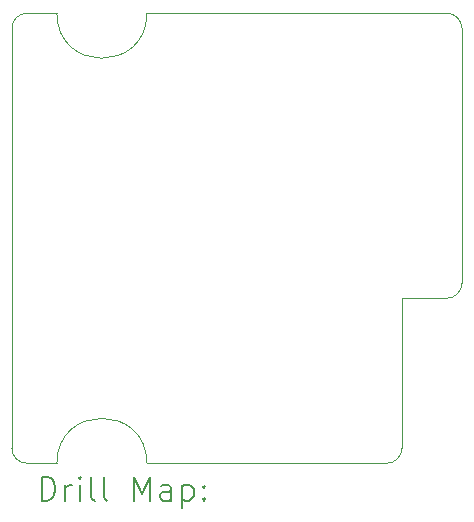
<source format=gbr>
%TF.GenerationSoftware,KiCad,Pcbnew,(6.0.9)*%
%TF.CreationDate,2022-11-19T16:43:42+01:00*%
%TF.ProjectId,Display Adapter,44697370-6c61-4792-9041-646170746572,V1.0*%
%TF.SameCoordinates,Original*%
%TF.FileFunction,Drillmap*%
%TF.FilePolarity,Positive*%
%FSLAX45Y45*%
G04 Gerber Fmt 4.5, Leading zero omitted, Abs format (unit mm)*
G04 Created by KiCad (PCBNEW (6.0.9)) date 2022-11-19 16:43:42*
%MOMM*%
%LPD*%
G01*
G04 APERTURE LIST*
%ADD10C,0.100000*%
%ADD11C,0.200000*%
G04 APERTURE END LIST*
D10*
X13335000Y-8382000D02*
G75*
G03*
X14097000Y-8382000I381000J0D01*
G01*
X12954000Y-12065000D02*
G75*
G03*
X13081000Y-12192000I127000J0D01*
G01*
X16637000Y-10795000D02*
X16256000Y-10795000D01*
X13081000Y-8382000D02*
G75*
G03*
X12954000Y-8509000I0J-127000D01*
G01*
X16764000Y-8509000D02*
G75*
G03*
X16637000Y-8382000I-127000J0D01*
G01*
X14097000Y-8382000D02*
X16637000Y-8382000D01*
X14097000Y-12192000D02*
G75*
G03*
X13335000Y-12192000I-381000J0D01*
G01*
X16764000Y-8509000D02*
X16764000Y-10668000D01*
X12954000Y-12065000D02*
X12954000Y-8509000D01*
X16129000Y-12192000D02*
X14097000Y-12192000D01*
X13335000Y-8382000D02*
X13081000Y-8382000D01*
X13335000Y-12192000D02*
X13081000Y-12192000D01*
X16256000Y-12065000D02*
X16256000Y-10795000D01*
X16637000Y-10795000D02*
G75*
G03*
X16764000Y-10668000I0J127000D01*
G01*
X16129000Y-12192000D02*
G75*
G03*
X16256000Y-12065000I0J127000D01*
G01*
D11*
X13206619Y-12507476D02*
X13206619Y-12307476D01*
X13254238Y-12307476D01*
X13282809Y-12317000D01*
X13301857Y-12336048D01*
X13311381Y-12355095D01*
X13320905Y-12393190D01*
X13320905Y-12421762D01*
X13311381Y-12459857D01*
X13301857Y-12478905D01*
X13282809Y-12497952D01*
X13254238Y-12507476D01*
X13206619Y-12507476D01*
X13406619Y-12507476D02*
X13406619Y-12374143D01*
X13406619Y-12412238D02*
X13416143Y-12393190D01*
X13425667Y-12383667D01*
X13444714Y-12374143D01*
X13463762Y-12374143D01*
X13530428Y-12507476D02*
X13530428Y-12374143D01*
X13530428Y-12307476D02*
X13520905Y-12317000D01*
X13530428Y-12326524D01*
X13539952Y-12317000D01*
X13530428Y-12307476D01*
X13530428Y-12326524D01*
X13654238Y-12507476D02*
X13635190Y-12497952D01*
X13625667Y-12478905D01*
X13625667Y-12307476D01*
X13759000Y-12507476D02*
X13739952Y-12497952D01*
X13730428Y-12478905D01*
X13730428Y-12307476D01*
X13987571Y-12507476D02*
X13987571Y-12307476D01*
X14054238Y-12450333D01*
X14120905Y-12307476D01*
X14120905Y-12507476D01*
X14301857Y-12507476D02*
X14301857Y-12402714D01*
X14292333Y-12383667D01*
X14273286Y-12374143D01*
X14235190Y-12374143D01*
X14216143Y-12383667D01*
X14301857Y-12497952D02*
X14282809Y-12507476D01*
X14235190Y-12507476D01*
X14216143Y-12497952D01*
X14206619Y-12478905D01*
X14206619Y-12459857D01*
X14216143Y-12440809D01*
X14235190Y-12431286D01*
X14282809Y-12431286D01*
X14301857Y-12421762D01*
X14397095Y-12374143D02*
X14397095Y-12574143D01*
X14397095Y-12383667D02*
X14416143Y-12374143D01*
X14454238Y-12374143D01*
X14473286Y-12383667D01*
X14482809Y-12393190D01*
X14492333Y-12412238D01*
X14492333Y-12469381D01*
X14482809Y-12488428D01*
X14473286Y-12497952D01*
X14454238Y-12507476D01*
X14416143Y-12507476D01*
X14397095Y-12497952D01*
X14578048Y-12488428D02*
X14587571Y-12497952D01*
X14578048Y-12507476D01*
X14568524Y-12497952D01*
X14578048Y-12488428D01*
X14578048Y-12507476D01*
X14578048Y-12383667D02*
X14587571Y-12393190D01*
X14578048Y-12402714D01*
X14568524Y-12393190D01*
X14578048Y-12383667D01*
X14578048Y-12402714D01*
M02*

</source>
